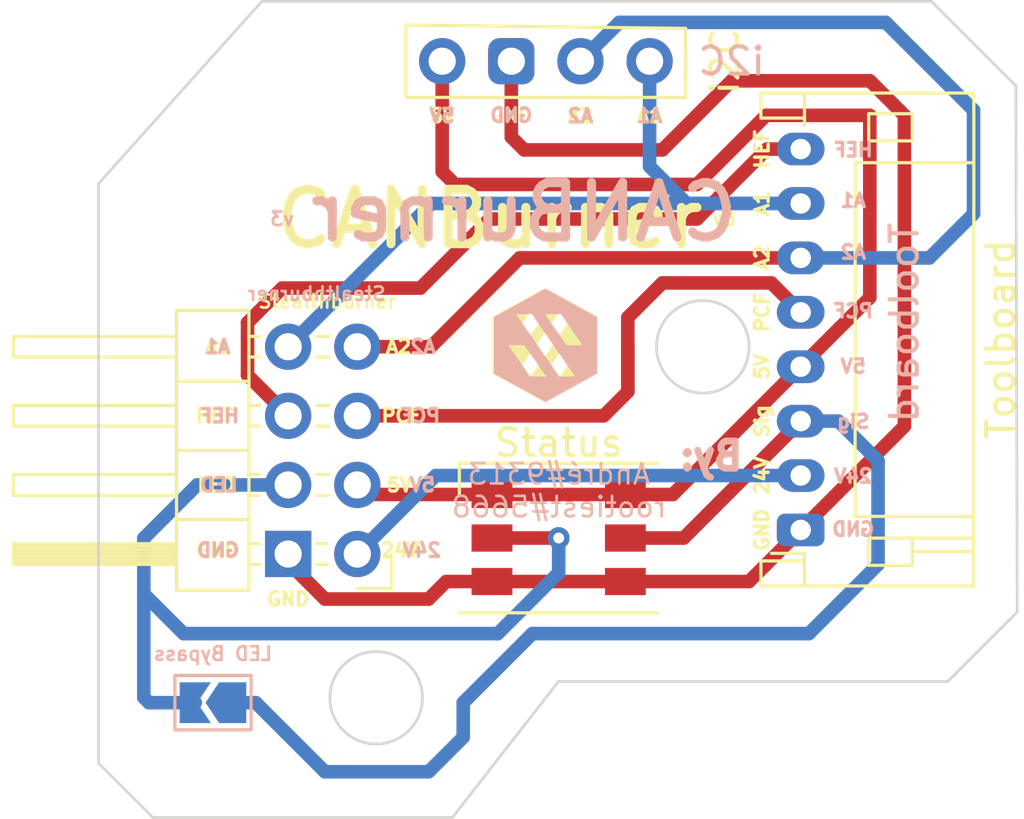
<source format=kicad_pcb>
(kicad_pcb (version 20211014) (generator pcbnew)
  (title_block (title "CANBurner") (date "2022-11-04") (rev "3.0") (comment 2 "rootiest#5668") (comment 3 "André#9313") (comment 4 "By:"))
  (layers (0 "F.Cu" signal) (31 "B.Cu" signal) (34 "B.Paste" user) (35 "F.Paste" user) (36 "B.SilkS" user "B.Silkscreen") (37 "F.SilkS" user "F.Silkscreen") (38 "B.Mask" user) (39 "F.Mask" user) (44 "Edge.Cuts" user))
  (net 0 "")
  (net 1 "/24V")
  (net 2 "/HEF")
  (net 3 "/A1")
  (net 4 "/A2")
  (net 5 "/PCF")
  (net 6 "/Sig")
  (net 7 "/5V")
  (net 8 "/GND")
  (footprint "Connector_PinSocket_2.54mm:PinSocket_1x04_P2.54mm_Vertical" (layer "F.Cu") (at 84.619469 22.330407 -90)
    (fp_text reference "i2C" (at 0 -2.77 -90) (layer "F.SilkS"))
    (fp_text value "i2C Addon" hide)
    (pad "1" thru_hole oval (at 0 0 270) (size 1.7 1.7) (drill 1) (layers *.Cu *.Mask) (net 3 "/A1"))
    (pad "2" thru_hole oval (at 0 2.54 270) (size 1.7 1.7) (drill 1) (layers *.Cu *.Mask) (net 4 "/A2"))
    (pad "3" thru_hole roundrect (at 0 5.08 270) (size 1.7 1.7) (drill 1) (layers *.Cu *.Mask) (net 8 "/GND"))
    (pad "4" thru_hole oval (at 0 7.62 270) (size 1.7 1.7) (drill 1) (layers *.Cu *.Mask) (net 7 "/5V"))
  )
  (footprint "LED_SMD:LED_WS2812_PLCC6_5.0x5.0mm_P1.6mm" (layer "F.Cu") (at 81.28 39.856814)
    (fp_text reference "Status" (at 0 -3.5) (layer "F.SilkS"))
    (fp_text value "LED_WS2812_PLCC6_5.0x5.0mm_P1.6mm" hide)
    (pad "1" smd rect (at 2.45 -1.6) (size 1.5 1) (layers "F.Cu" "F.Paste" "F.Mask") (net 7 "/5V"))
    (pad "2" smd rect (at 2.45 0) (size 1.5 1) (layers "F.Cu" "F.Paste" "F.Mask") (net 6 "/Sig"))
    (pad "3" smd rect (at 2.45 1.6) (size 1.5 1) (layers "F.Cu" "F.Paste" "F.Mask") (net 8 "/GND"))
    (pad "4" smd rect (at -2.45 1.6) (size 1.5 1) (layers "F.Cu" "F.Paste" "F.Mask") (net 8 "/GND"))
    (pad "5" smd rect (at -2.45 0) (size 1.5 1) (layers "F.Cu" "F.Paste" "F.Mask") (net 6 "/Sig"))
    (pad "6" smd rect (at -2.45 -1.6) (size 1.5 1) (layers "F.Cu" "F.Paste" "F.Mask") (net 7 "/5V"))
  )
  (footprint "LOGO" (layer "F.Cu") (at 68.58 26.86)
    (fp_text reference "G***" hide)
    (fp_text value "LOGO" hide)
  )
  (footprint "Connector_JST:JST_PH_S8B-PH-K_1x08_P2.00mm_Horizontal" (layer "F.Cu") (at 90.17 39.56 90)
    (fp_text reference "Toolboard" (at 7 7.357398 90) (layer "F.SilkS"))
    (fp_text value "JST_PH_S8B-PH-K_1x08_P2.00mm_Horizontal" hide)
    (pad "1" thru_hole roundrect (at 0 0 90) (size 1.2 1.75) (drill 0.75) (layers *.Cu *.Mask) (net 8 "/GND"))
    (pad "2" thru_hole oval (at 2 0 90) (size 1.2 1.75) (drill 0.75) (layers *.Cu *.Mask) (net 1 "/24V"))
    (pad "3" thru_hole oval (at 4 0 90) (size 1.2 1.75) (drill 0.75) (layers *.Cu *.Mask) (net 6 "/Sig"))
    (pad "4" thru_hole oval (at 6 0 90) (size 1.2 1.75) (drill 0.75) (layers *.Cu *.Mask) (net 7 "/5V"))
    (pad "5" thru_hole oval (at 8 0 90) (size 1.2 1.75) (drill 0.75) (layers *.Cu *.Mask) (net 5 "/PCF"))
    (pad "6" thru_hole oval (at 10 0 90) (size 1.2 1.75) (drill 0.75) (layers *.Cu *.Mask) (net 4 "/A2"))
    (pad "7" thru_hole oval (at 12 0 90) (size 1.2 1.75) (drill 0.75) (layers *.Cu *.Mask) (net 3 "/A1"))
    (pad "8" thru_hole oval (at 14 0 90) (size 1.2 1.75) (drill 0.75) (layers *.Cu *.Mask) (net 2 "/HEF"))
  )
  (footprint "Logo:Voron_logo" (layer "F.Cu") (at 80.775 32.73)
    (fp_text reference "G***" hide)
    (fp_text value "LOGO" hide)
  )
  (footprint "Connector_PinHeader_2.54mm:PinHeader_2x04_P2.54mm_Horizontal" (layer "F.Cu") (at 63.261315 32.825026)
    (fp_text reference "Stealthburner" hide)
    (fp_text value "Conn_02x04_Odd_Even" hide)
    (pad "1" thru_hole oval (at 8.08 0 180) (size 1.7 1.7) (drill 1) (layers *.Cu *.Mask) (net 3 "/A1"))
    (pad "2" thru_hole oval (at 10.62 0 180) (size 1.7 1.7) (drill 1) (layers *.Cu *.Mask) (net 4 "/A2"))
    (pad "3" thru_hole oval (at 8.08 2.54 180) (size 1.7 1.7) (drill 1) (layers *.Cu *.Mask) (net 2 "/HEF"))
    (pad "4" thru_hole oval (at 10.62 2.54 180) (size 1.7 1.7) (drill 1) (layers *.Cu *.Mask) (net 5 "/PCF"))
    (pad "5" thru_hole oval (at 8.08 5.08 180) (size 1.7 1.7) (drill 1) (layers *.Cu *.Mask) (net 6 "/Sig"))
    (pad "6" thru_hole oval (at 10.62 5.08 180) (size 1.7 1.7) (drill 1) (layers *.Cu *.Mask) (net 7 "/5V"))
    (pad "7" thru_hole rect (at 8.08 7.62 180) (size 1.7 1.7) (drill 1) (layers *.Cu *.Mask) (net 8 "/GND"))
    (pad "8" thru_hole circle (at 10.62 7.62 180) (size 1.7 1.7) (drill 1) (layers *.Cu *.Mask) (net 1 "/24V"))
  )
  (footprint "Logo:Voron_logo" (layer "B.Cu") (at 80.775 32.73 180)
    (fp_text reference "G***" hide)
    (fp_text value "LOGO" hide)
  )
  (footprint "Jumper:SolderJumper-2_P1.3mm_Open_TrianglePad1.0x1.5mm" (layer "B.Cu") (at 68.58 45.91 180)
    (fp_text reference "LED Bypass" (at 0 1.8) (layer "B.SilkS") (effects (font (size 0.5 0.5) (thickness 0.1)) (justify mirror)))
    (fp_text value "LED Bypass")
    (pad "1" smd custom (at -0.725 0 180) (size 0.3 0.3) (layers "B.Cu" "B.Mask") (net 6 "/Sig") (options (clearance outline) (anchor rect)) (primitives (gr_poly (pts (xy 1 0) (xy 0.5 -0.75) (xy -0.5 -0.75) (xy -0.5 0.75) (xy 0.5 0.75)) (width 0) (fill yes))))
    (pad "2" smd custom (at 0.725 0 180) (size 0.3 0.3) (layers "B.Cu" "B.Mask") (net 6 "/Sig") (options (clearance outline) (anchor rect)) (primitives (gr_poly (pts (xy 0.5 -0.75) (xy -0.65 -0.75) (xy -0.15 0) (xy -0.65 0.75) (xy 0.5 0.75)) (width 0) (fill yes))))
  )
  (footprint "LOGO" (layer "B.Cu") (at 71.12 24.32 180)
    (fp_text reference "G***" hide)
    (fp_text value "LOGO" hide)
  )
  (gr_circle (center 74.575 45.73) (end 76.275 45.73) (layer "Edge.Cuts") (width 0.1) (fill none))
  (gr_line (start 66.375 50.13) (end 77.375 50.13) (layer "Edge.Cuts") (width 0.1))
  (gr_line (start 98.125 42.58) (end 95.575 45.13) (layer "Edge.Cuts") (width 0.1))
  (gr_circle (center 86.575 32.83) (end 88.275 32.83) (layer "Edge.Cuts") (width 0.1) (fill none))
  (gr_line (start 95.575 45.13) (end 81.275 45.13) (layer "Edge.Cuts") (width 0.1))
  (gr_line (start 64.375 48.13) (end 64.375 26.83) (layer "Edge.Cuts") (width 0.1))
  (gr_line (start 64.375 26.83) (end 70.375 20.13) (layer "Edge.Cuts") (width 0.1))
  (gr_line (start 98.075 23.23) (end 98.125 42.58) (layer "Edge.Cuts") (width 0.1))
  (gr_line (start 94.975 20.13) (end 98.075 23.23) (layer "Edge.Cuts") (width 0.1))
  (gr_line (start 66.375 50.13) (end 64.375 48.13) (layer "Edge.Cuts") (width 0.1))
  (gr_line (start 70.375 20.13) (end 94.975 20.13) (layer "Edge.Cuts") (width 0.1))
  (gr_line (start 81.275 45.13) (end 77.375 50.13) (layer "Edge.Cuts") (width 0.1))
  (gr_text "24V" (at 76.25 40.305) (layer "B.SilkS") (effects (font (size 0.5 0.5) (thickness 0.125)) (justify mirror)))
  (gr_text "v3" (at 71.12 28.13) (layer "B.SilkS") (effects (font (size 0.5 0.5) (thickness 0.1)) (justify mirror)))
  (gr_text "HEF" (at 92.1 25.59) (layer "B.SilkS") (effects (font (size 0.5 0.5) (thickness 0.125)) (justify mirror)))
  (gr_text "HEF\n" (at 68.825 35.365026) (layer "B.SilkS") (effects (font (size 0.5 0.5) (thickness 0.125)) (justify mirror)))
  (gr_text "A1" (at 68.75 32.825026) (layer "B.SilkS") (effects (font (size 0.5 0.5) (thickness 0.125)) (justify mirror)))
  (gr_text "i2C" (at 87.63 22.330407) (layer "B.SilkS") (effects (font (size 1 1)) (justify mirror)))
  (gr_text "5V\n" (at 76.999469 24.336581) (layer "B.SilkS") (effects (font (size 0.5 0.5) (thickness 0.125)) (justify mirror)))
  (gr_text "24V" (at 92.1 37.581238) (layer "B.SilkS") (effects (font (size 0.5 0.5) (thickness 0.125)) (justify mirror)))
  (gr_text "GND" (at 92.1 39.533616) (layer "B.SilkS") (effects (font (size 0.5 0.5) (thickness 0.125)) (justify mirror)))
  (gr_text "GND\n" (at 79.539469 24.32) (layer "B.SilkS") (effects (font (size 0.5 0.5) (thickness 0.125)) (justify mirror)))
  (gr_text "Stealthburner" (at 72.39 30.88) (layer "B.SilkS") (effects (font (size 0.5 0.5) (thickness 0.1)) (justify mirror)))
  (gr_text "A1" (at 84.619469 24.336581) (layer "B.SilkS") (effects (font (size 0.5 0.5) (thickness 0.125)) (justify mirror)))
  (gr_text "A2\n" (at 76.3 32.825026) (layer "B.SilkS") (effects (font (size 0.5 0.5) (thickness 0.125)) (justify mirror)))
  (gr_text "Toolboard" (at 93.98 31.94 90) (layer "B.SilkS") (effects (font (size 1 1)) (justify mirror)))
  (gr_text "A2\n" (at 82.079469 24.336581) (layer "B.SilkS") (effects (font (size 0.5 0.5) (thickness 0.125)) (justify mirror)))
  (gr_text "A1" (at 92.1 27.449981) (layer "B.SilkS") (effects (font (size 0.5 0.5) (thickness 0.125)) (justify mirror)))
  (gr_text "5V\n" (at 76.275 37.905026) (layer "B.SilkS") (effects (font (size 0.5 0.5) (thickness 0.125)) (justify mirror)))
  (gr_text "Sig" (at 92.1 35.576093) (layer "B.SilkS") (effects (font (size 0.5 0.5) (thickness 0.125)) (justify mirror)))
  (gr_text "PCF\n" (at 76.2 35.365026) (layer "B.SilkS") (effects (font (size 0.5 0.5) (thickness 0.125)) (justify mirror)))
  (gr_text "CANBurner" (at 80.01 27.885) (layer "B.SilkS") (effects (font (size 2 2) (thickness 0.333)) (justify mirror)))
  (gr_text "GND\n" (at 68.775 40.305) (layer "B.SilkS") (effects (font (size 0.5 0.5) (thickness 0.125)) (justify mirror)))
  (gr_text "André#9313\nrootiest#5668\n" (at 81.294076 38.111268) (layer "B.SilkS") (effects (font (size 0.75 0.75) (thickness 0.1)) (justify mirror)))
  (gr_text "PCF" (at 92.1 31.513037) (layer "B.SilkS") (effects (font (size 0.5 0.5) (thickness 0.125)) (justify mirror)))
  (gr_text "5V\n" (at 92.1 33.544565) (layer "B.SilkS") (effects (font (size 0.5 0.5) (thickness 0.125)) (justify mirror)))
  (gr_text "A2" (at 92.1 29.349592) (layer "B.SilkS") (effects (font (size 0.5 0.5) (thickness 0.125)) (justify mirror)))
  (gr_text "LED\n" (at 68.8 37.905026) (layer "B.SilkS") (effects (font (size 0.5 0.5) (thickness 0.125)) (justify mirror)))
  (gr_text "By:\n" (at 86.884076 36.841268) (layer "B.SilkS") (effects (font (size 1 1) (thickness 0.25)) (justify mirror)))
  (gr_text "v3" (at 87.363699 28.13) (layer "F.SilkS") (effects (font (size 0.5 0.5) (thickness 0.1))))
  (gr_text "5V\n" (at 76.999469 24.336581) (layer "F.SilkS") (effects (font (size 0.5 0.5) (thickness 0.125))))
  (gr_text "GND\n" (at 71.341315 42.1) (layer "F.SilkS") (effects (font (size 0.5 0.5) (thickness 0.125))))
  (gr_text "A2\n" (at 82.079469 24.336581) (layer "F.SilkS") (effects (font (size 0.5 0.5) (thickness 0.125))))
  (gr_text "GND" (at 88.75 39.56 90) (layer "F.SilkS") (effects (font (size 0.5 0.5) (thickness 0.125))))
  (gr_text "CANBurner" (at 78.74 28.13) (layer "F.SilkS") (effects (font (size 2 2) (thickness 0.333))))
  (gr_text "GND\n" (at 79.539469 24.32) (layer "F.SilkS") (effects (font (size 0.5 0.5) (thickness 0.125))))
  (gr_text "PCF\n" (at 75.5 35.365026) (layer "F.SilkS") (effects (font (size 0.5 0.5) (thickness 0.125))))
  (gr_text "LED\n" (at 68.7 37.905026) (layer "F.SilkS") (effects (font (size 0.5 0.5) (thickness 0.125))))
  (gr_text "Sig" (at 88.75 35.560001 90) (layer "F.SilkS") (effects (font (size 0.5 0.5) (thickness 0.125))))
  (gr_text "HEF\n" (at 68.675 35.365026) (layer "F.SilkS") (effects (font (size 0.5 0.5) (thickness 0.125))))
  (gr_text "5V\n" (at 75.425 37.905026) (layer "F.SilkS") (effects (font (size 0.5 0.5) (thickness 0.125))))
  (gr_text "24V" (at 88.75 37.56 90) (layer "F.SilkS") (effects (font (size 0.5 0.5) (thickness 0.125))))
  (gr_text "HEF" (at 88.75 25.56 90) (layer "F.SilkS") (effects (font (size 0.5 0.5) (thickness 0.125))))
  (gr_text "A1" (at 68.75 32.825026) (layer "F.SilkS") (effects (font (size 0.5 0.5) (thickness 0.125))))
  (gr_text "5V\n" (at 88.75 33.56 90) (layer "F.SilkS") (effects (font (size 0.5 0.5) (thickness 0.125))))
  (gr_text "24V" (at 75.45 40.305) (layer "F.SilkS") (effects (font (size 0.5 0.5) (thickness 0.125))))
  (gr_text "A1" (at 88.75 27.56 90) (layer "F.SilkS") (effects (font (size 0.5 0.5) (thickness 0.125))))
  (gr_text "GND\n" (at 68.725 40.305) (layer "F.SilkS") (effects (font (size 0.5 0.5) (thickness 0.125))))
  (gr_text "A2\n" (at 75.4 32.825026) (layer "F.SilkS") (effects (font (size 0.5 0.5) (thickness 0.125))))
  (gr_text "Stealthburner" (at 72.776206 31.158041) (layer "F.SilkS") (effects (font (size 0.5 0.5) (thickness 0.1))))
  (gr_text "A1" (at 84.619469 24.336581) (layer "F.SilkS") (effects (font (size 0.5 0.5) (thickness 0.125))))
  (gr_text "PCF" (at 88.75 31.560001 90) (layer "F.SilkS") (effects (font (size 0.5 0.5) (thickness 0.125))))
  (gr_text "A2" (at 88.75 29.56 90) (layer "F.SilkS") (effects (font (size 0.5 0.5) (thickness 0.125))))
  (segment (start 90.17 37.56) (end 76.766341 37.56) (width 0.5) (layer "B.Cu") (net 1))
  (segment (start 76.766341 37.56) (end 73.881315 40.445026) (width 0.5) (layer "B.Cu") (net 1))
  (segment (start 69.85 33.873711) (end 71.341315 35.365026) (width 0.5) (layer "F.Cu") (net 2))
  (segment (start 78.74 28.13) (end 76.2 30.67) (width 0.5) (layer "F.Cu") (net 2))
  (segment (start 90.17 25.56) (end 88.93 25.56) (width 0.5) (layer "F.Cu") (net 2))
  (segment (start 88.93 25.56) (end 86.36 28.13) (width 0.5) (layer "F.Cu") (net 2))
  (segment (start 69.85 31.94) (end 69.85 33.873711) (width 0.5) (layer "F.Cu") (net 2))
  (segment (start 86.36 28.13) (end 78.74 28.13) (width 0.5) (layer "F.Cu") (net 2))
  (segment (start 76.2 30.67) (end 71.12 30.67) (width 0.5) (layer "F.Cu") (net 2))
  (segment (start 71.12 30.67) (end 69.85 31.94) (width 0.5) (layer "F.Cu") (net 2))
  (segment (start 90.17 27.56) (end 85.98 27.56) (width 0.5) (layer "B.Cu") (net 3))
  (segment (start 84.619469 26.199469) (end 84.619469 22.330407) (width 0.5) (layer "B.Cu") (net 3))
  (segment (start 85.98 27.56) (end 84.619469 26.199469) (width 0.5) (layer "B.Cu") (net 3))
  (segment (start 76.606341 27.56) (end 71.341315 32.825026) (width 0.5) (layer "B.Cu") (net 3))
  (segment (start 90.17 27.56) (end 76.606341 27.56) (width 0.5) (layer "B.Cu") (net 3))
  (segment (start 90.17 29.56) (end 79.85 29.56) (width 0.5) (layer "F.Cu") (net 4))
  (segment (start 79.85 29.56) (end 76.584974 32.825026) (width 0.5) (layer "F.Cu") (net 4))
  (segment (start 76.584974 32.825026) (end 73.881315 32.825026) (width 0.5) (layer "F.Cu") (net 4))
  (segment (start 90.17 29.56) (end 94.9 29.56) (width 0.5) (layer "B.Cu") (net 4))
  (segment (start 83.50708 20.902796) (end 82.079469 22.330407) (width 0.5) (layer "B.Cu") (net 4))
  (segment (start 93.292796 20.902796) (end 83.50708 20.902796) (width 0.5) (layer "B.Cu") (net 4))
  (segment (start 94.9 29.56) (end 96.52 27.94) (width 0.5) (layer "B.Cu") (net 4))
  (segment (start 96.52 24.13) (end 93.292796 20.902796) (width 0.5) (layer "B.Cu") (net 4))
  (segment (start 96.52 27.94) (end 96.52 24.13) (width 0.5) (layer "B.Cu") (net 4))
  (segment (start 82.934974 35.365026) (end 73.881315 35.365026) (width 0.5) (layer "F.Cu") (net 5))
  (segment (start 83.82 31.75) (end 83.82 33.02) (width 0.5) (layer "F.Cu") (net 5))
  (segment (start 83.82 32.822549) (end 83.82 34.48) (width 0.5) (layer "F.Cu") (net 5))
  (segment (start 90.17 31.56) (end 89.09 30.48) (width 0.5) (layer "F.Cu") (net 5))
  (segment (start 85.09 30.48) (end 83.82 31.75) (width 0.5) (layer "F.Cu") (net 5))
  (segment (start 89.09 30.48) (end 85.09 30.48) (width 0.5) (layer "F.Cu") (net 5))
  (segment (start 83.82 34.48) (end 82.934974 35.365026) (width 0.5) (layer "F.Cu") (net 5))
  (segment (start 83.82 33.02) (end 83.82 34.48) (width 0.5) (layer "F.Cu") (net 5))
  (segment (start 90.17 35.56) (end 85.873186 39.856814) (width 0.5) (layer "F.Cu") (net 6))
  (segment (start 78.83 39.856814) (end 81.28 39.856814) (width 0.5) (layer "F.Cu") (net 6))
  (segment (start 85.873186 39.856814) (end 83.73 39.856814) (width 0.5) (layer "F.Cu") (net 6))
  (via blind (at 81.28 39.856814) (size 0.8) (drill 0.4) (layers "F.Cu" "B.Cu") (net 6))
  (segment (start 81.28 41.133145) (end 79.043145 43.37) (width 0.5) (layer "B.Cu") (net 6))
  (segment (start 93.013145 37.02) (end 93.013145 40.83) (width 0.5) (layer "B.Cu") (net 6))
  (segment (start 77.773145 45.91) (end 77.773145 47.18) (width 0.5) (layer "B.Cu") (net 6))
  (segment (start 91.553145 35.56) (end 93.013145 37.02) (width 0.5) (layer "B.Cu") (net 6))
  (segment (start 67.998119 37.905026) (end 71.341315 37.905026) (width 0.5) (layer "B.Cu") (net 6))
  (segment (start 66.04 41.91) (end 66.04 39.863145) (width 0.5) (layer "B.Cu") (net 6))
  (segment (start 90.473145 43.37) (end 80.313145 43.37) (width 0.5) (layer "B.Cu") (net 6))
  (segment (start 90.17 35.56) (end 91.553145 35.56) (width 0.5) (layer "B.Cu") (net 6))
  (segment (start 81.28 39.856814) (end 81.28 41.133145) (width 0.5) (layer "B.Cu") (net 6))
  (segment (start 66.04 41.91) (end 66.04 45.72) (width 0.5) (layer "B.Cu") (net 6))
  (segment (start 70.153145 45.91) (end 69.23 45.91) (width 0.5) (layer "B.Cu") (net 6))
  (segment (start 72.693145 48.45) (end 70.153145 45.91) (width 0.5) (layer "B.Cu") (net 6))
  (segment (start 77.773145 47.18) (end 76.503145 48.45) (width 0.5) (layer "B.Cu") (net 6))
  (segment (start 66.04 45.72) (end 66.23 45.91) (width 0.5) (layer "B.Cu") (net 6))
  (segment (start 93.013145 40.83) (end 90.473145 43.37) (width 0.5) (layer "B.Cu") (net 6))
  (segment (start 76.503145 48.45) (end 72.693145 48.45) (width 0.5) (layer "B.Cu") (net 6))
  (segment (start 67.5 43.37) (end 66.04 41.91) (width 0.5) (layer "B.Cu") (net 6))
  (segment (start 80.313145 43.37) (end 77.773145 45.91) (width 0.5) (layer "B.Cu") (net 6))
  (segment (start 66.23 45.91) (end 67.93 45.91) (width 0.5) (layer "B.Cu") (net 6))
  (segment (start 66.04 39.863145) (end 67.998119 37.905026) (width 0.5) (layer "B.Cu") (net 6))
  (segment (start 79.043145 43.37) (end 67.5 43.37) (width 0.5) (layer "B.Cu") (net 6))
  (segment (start 74.233103 38.256814) (end 73.881315 37.905026) (width 0.5) (layer "F.Cu") (net 7))
  (segment (start 83.73 38.256814) (end 78.83 38.256814) (width 0.5) (layer "F.Cu") (net 7))
  (segment (start 90.17 33.56) (end 85.473186 38.256814) (width 0.5) (layer "F.Cu") (net 7))
  (segment (start 92.71 31.02) (end 92.71 24.32) (width 0.5) (layer "F.Cu") (net 7))
  (segment (start 88.9 24.32) (end 86.36 26.86) (width 0.5) (layer "F.Cu") (net 7))
  (segment (start 76.999469 26.389469) (end 76.999469 22.330407) (width 0.5) (layer "F.Cu") (net 7))
  (segment (start 92.71 24.32) (end 88.9 24.32) (width 0.5) (layer "F.Cu") (net 7))
  (segment (start 90.17 33.56) (end 92.71 31.02) (width 0.5) (layer "F.Cu") (net 7))
  (segment (start 86.36 26.86) (end 77.47 26.86) (width 0.5) (layer "F.Cu") (net 7))
  (segment (start 77.47 26.86) (end 76.999469 26.389469) (width 0.5) (layer "F.Cu") (net 7))
  (segment (start 78.83 38.256814) (end 74.233103 38.256814) (width 0.5) (layer "F.Cu") (net 7))
  (segment (start 85.473186 38.256814) (end 83.73 38.256814) (width 0.5) (layer "F.Cu") (net 7))
  (segment (start 85.09 25.59) (end 80.01 25.59) (width 0.5) (layer "F.Cu") (net 8))
  (segment (start 93.98 24.32) (end 92.71 23.05) (width 0.5) (layer "F.Cu") (net 8))
  (segment (start 77.146331 41.456814) (end 76.503145 42.1) (width 0.5) (layer "F.Cu") (net 8))
  (segment (start 88.273186 41.456814) (end 83.73 41.456814) (width 0.5) (layer "F.Cu") (net 8))
  (segment (start 90.17 39.56) (end 88.273186 41.456814) (width 0.5) (layer "F.Cu") (net 8))
  (segment (start 87.63 23.05) (end 85.09 25.59) (width 0.5) (layer "F.Cu") (net 8))
  (segment (start 80.01 25.59) (end 79.539469 25.119469) (width 0.5) (layer "F.Cu") (net 8))
  (segment (start 79.539469 25.119469) (end 79.539469 22.330407) (width 0.5) (layer "F.Cu") (net 8))
  (segment (start 93.98 35.75) (end 93.98 24.32) (width 0.5) (layer "F.Cu") (net 8))
  (segment (start 71.341315 40.74817) (end 71.341315 40.445026) (width 0.5) (layer "F.Cu") (net 8))
  (segment (start 78.83 41.456814) (end 77.146331 41.456814) (width 0.5) (layer "F.Cu") (net 8))
  (segment (start 76.503145 42.1) (end 72.693145 42.1) (width 0.5) (layer "F.Cu") (net 8))
  (segment (start 90.17 39.56) (end 93.98 35.75) (width 0.5) (layer "F.Cu") (net 8))
  (segment (start 83.73 41.456814) (end 78.83 41.456814) (width 0.5) (layer "F.Cu") (net 8))
  (segment (start 92.71 23.05) (end 87.63 23.05) (width 0.5) (layer "F.Cu") (net 8))
  (segment (start 72.693145 42.1) (end 71.341315 40.74817) (width 0.5) (layer "F.Cu") (net 8))
)
</source>
